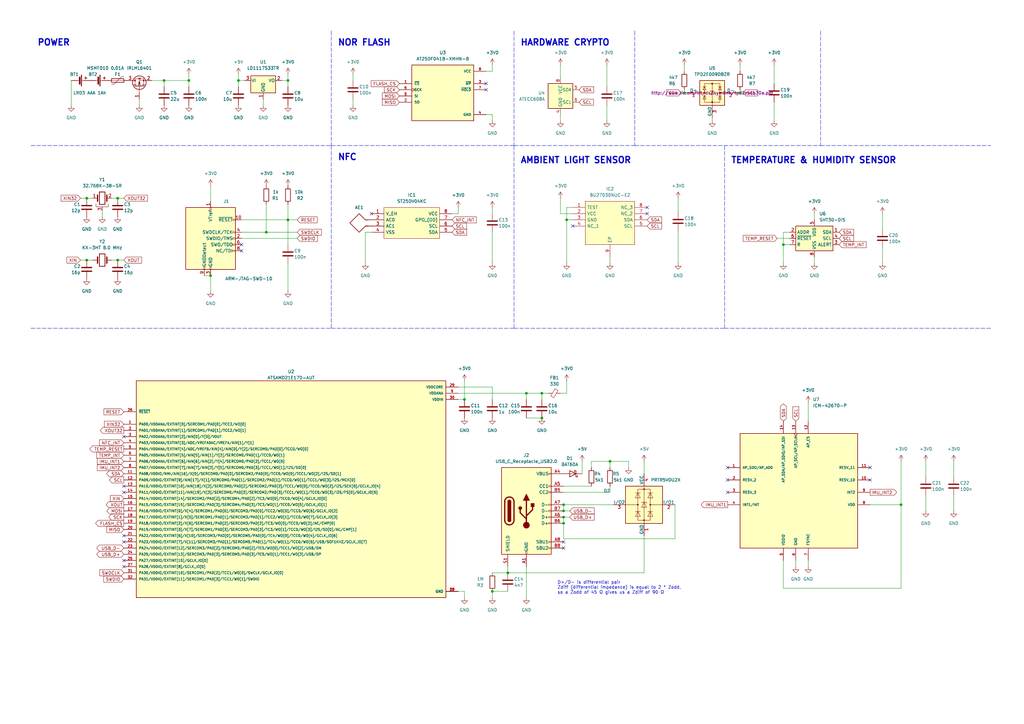
<source format=kicad_sch>
(kicad_sch (version 20211123) (generator eeschema)
  (paper "A3")
  (title_block (title "IoT risk logger") (date "2022-10-20") (rev "1.0") (company "apolisskyi"))
  (junction (at 201.93 242.57))
  (junction (at 48.26 81.28))
  (junction (at 231.14 212.09))
  (junction (at 231.14 214.63))
  (junction (at 280.67 38.1))
  (junction (at 321.31 100.33))
  (junction (at 97.79 33.02))
  (junction (at 48.26 106.68))
  (junction (at 232.41 90.17))
  (junction (at 303.53 38.1))
  (junction (at 118.11 90.17))
  (junction (at 222.25 171.45))
  (junction (at 77.47 33.02))
  (junction (at 208.28 234.95))
  (junction (at 190.5 163.83))
  (junction (at 222.25 161.29))
  (junction (at 35.56 106.68))
  (junction (at 86.36 113.03))
  (junction (at 67.31 33.02))
  (junction (at 231.14 207.01))
  (junction (at 118.11 33.02))
  (junction (at 215.9 161.29))
  (junction (at 35.56 81.28))
  (junction (at 250.19 189.23))
  (junction (at 231.14 209.55))
  (junction (at 109.22 95.25))
  (junction (at 369.57 207.01))
  (no_connect (at 50.8 222.25))
  (no_connect (at 50.8 219.71))
  (no_connect (at 99.06 100.33))
  (no_connect (at 50.8 201.93))
  (no_connect (at 50.8 199.39))
  (no_connect (at 50.8 179.07))
  (no_connect (at 50.8 232.41))
  (no_connect (at 50.8 229.87))
  (no_connect (at 356.87 191.77))
  (no_connect (at 356.87 196.85))
  (no_connect (at 298.45 191.77))
  (no_connect (at 298.45 196.85))
  (no_connect (at 298.45 201.93))
  (no_connect (at 199.39 34.29))
  (no_connect (at 199.39 36.83))
  (no_connect (at 152.4 87.63))
  (no_connect (at 234.95 92.71))
  (no_connect (at 265.43 85.09))
  (no_connect (at 265.43 87.63))
  (no_connect (at 99.06 102.87))
  (no_connect (at 231.14 224.79))
  (no_connect (at 231.14 222.25))
  (wire (pts (xy 208.28 232.41) (xy 208.28 234.95)))
  (wire (pts (xy 233.68 209.55) (xy 231.14 209.55)))
  (wire (pts (xy 100.33 33.02) (xy 97.79 33.02)))
  (wire (pts (xy 201.93 242.57) (xy 201.93 245.11)))
  (wire (pts (xy 331.47 165.1) (xy 331.47 172.72)))
  (wire (pts (xy 238.76 189.23) (xy 238.76 194.31)))
  (wire (pts (xy 248.92 26.67) (xy 248.92 35.56)))
  (wire (pts (xy 201.93 85.09) (xy 201.93 87.63)))
  (wire (pts (xy 318.77 97.79) (xy 323.85 97.79)))
  (wire (pts (xy 67.31 33.02) (xy 62.23 33.02)))
  (wire (pts (xy 280.67 26.67) (xy 280.67 29.21)))
  (wire (pts (xy 331.47 232.41) (xy 331.47 229.87)))
  (polyline (pts (xy 336.55 59.69) (xy 406.4 59.69)))
  (wire (pts (xy 369.57 241.3) (xy 369.57 207.01)))
  (wire (pts (xy 35.56 106.68) (xy 38.1 106.68)))
  (wire (pts (xy 279.4 38.1) (xy 280.67 38.1)))
  (wire (pts (xy 257.81 189.23) (xy 257.81 191.77)))
  (wire (pts (xy 278.13 107.95) (xy 278.13 94.615)))
  (wire (pts (xy 97.79 30.48) (xy 97.79 33.02)))
  (wire (pts (xy 231.14 199.39) (xy 242.57 199.39)))
  (polyline (pts (xy 135.89 12.7) (xy 135.89 59.69)))
  (wire (pts (xy 303.53 38.1) (xy 304.8 38.1)))
  (wire (pts (xy 229.87 87.63) (xy 234.95 87.63)))
  (wire (pts (xy 369.57 189.23) (xy 369.57 207.01)))
  (wire (pts (xy 303.53 26.67) (xy 303.53 29.21)))
  (wire (pts (xy 201.93 234.95) (xy 208.28 234.95)))
  (polyline (pts (xy 260.35 59.69) (xy 336.55 59.69)))
  (wire (pts (xy 149.86 95.25) (xy 152.4 95.25)))
  (wire (pts (xy 222.25 163.83) (xy 222.25 161.29)))
  (polyline (pts (xy 336.55 12.7) (xy 336.55 59.69)))
  (wire (pts (xy 97.79 33.02) (xy 97.79 35.56)))
  (wire (pts (xy 232.41 90.17) (xy 234.95 90.17)))
  (wire (pts (xy 99.06 90.17) (xy 118.11 90.17)))
  (wire (pts (xy 33.02 106.68) (xy 35.56 106.68)))
  (polyline (pts (xy 210.82 59.69) (xy 260.35 59.69)))
  (wire (pts (xy 250.19 201.93) (xy 250.19 199.39)))
  (wire (pts (xy 109.22 83.82) (xy 109.22 95.25)))
  (wire (pts (xy 276.86 220.98) (xy 276.86 207.01)))
  (wire (pts (xy 201.93 26.67) (xy 201.93 29.21)))
  (wire (pts (xy 48.26 81.28) (xy 45.72 81.28)))
  (polyline (pts (xy 210.82 134.62) (xy 210.82 59.69)))
  (wire (pts (xy 232.41 107.95) (xy 232.41 90.17)))
  (wire (pts (xy 231.14 207.01) (xy 251.46 207.01)))
  (wire (pts (xy 242.57 189.23) (xy 250.19 189.23)))
  (wire (pts (xy 292.1 48.26) (xy 292.1 49.53)))
  (wire (pts (xy 41.91 88.9) (xy 41.91 86.36)))
  (wire (pts (xy 48.26 81.28) (xy 50.8 81.28)))
  (wire (pts (xy 232.41 156.21) (xy 232.41 161.29)))
  (wire (pts (xy 242.57 189.23) (xy 242.57 191.77)))
  (wire (pts (xy 303.53 36.83) (xy 303.53 38.1)))
  (wire (pts (xy 361.95 107.95) (xy 361.95 101.6)))
  (wire (pts (xy 264.16 219.71) (xy 264.16 234.95)))
  (wire (pts (xy 229.87 49.53) (xy 229.87 46.99)))
  (wire (pts (xy 86.36 76.2) (xy 86.36 82.55)))
  (wire (pts (xy 248.92 49.53) (xy 248.92 43.18)))
  (wire (pts (xy 391.16 189.23) (xy 391.16 195.58)))
  (polyline (pts (xy 210.82 12.7) (xy 210.82 59.69)))
  (wire (pts (xy 250.19 105.41) (xy 250.19 107.95)))
  (wire (pts (xy 199.39 46.99) (xy 201.93 46.99)))
  (wire (pts (xy 107.95 43.18) (xy 107.95 40.64)))
  (wire (pts (xy 231.14 212.09) (xy 231.14 214.63)))
  (polyline (pts (xy 297.18 134.62) (xy 406.4 134.62)))
  (wire (pts (xy 33.02 81.28) (xy 35.56 81.28)))
  (wire (pts (xy 57.15 43.18) (xy 57.15 40.64)))
  (wire (pts (xy 45.72 106.68) (xy 48.26 106.68)))
  (wire (pts (xy 199.39 29.21) (xy 201.93 29.21)))
  (wire (pts (xy 224.79 161.29) (xy 222.25 161.29)))
  (wire (pts (xy 321.31 95.25) (xy 323.85 95.25)))
  (wire (pts (xy 187.96 161.29) (xy 215.9 161.29)))
  (wire (pts (xy 121.92 97.79) (xy 99.06 97.79)))
  (wire (pts (xy 215.9 171.45) (xy 222.25 171.45)))
  (wire (pts (xy 187.96 163.83) (xy 190.5 163.83)))
  (wire (pts (xy 77.47 35.56) (xy 77.47 33.02)))
  (wire (pts (xy 190.5 245.11) (xy 190.5 242.57)))
  (wire (pts (xy 334.01 87.63) (xy 334.01 90.17)))
  (polyline (pts (xy 135.89 59.69) (xy 135.89 134.62)))
  (wire (pts (xy 334.01 107.95) (xy 334.01 105.41)))
  (wire (pts (xy 321.31 107.95) (xy 321.31 100.33)))
  (wire (pts (xy 391.16 209.55) (xy 391.16 203.2)))
  (wire (pts (xy 321.31 229.87) (xy 321.31 241.3)))
  (polyline (pts (xy 260.35 12.7) (xy 260.35 59.69)))
  (wire (pts (xy 317.5 49.53) (xy 317.5 41.91)))
  (wire (pts (xy 86.36 113.03) (xy 83.82 113.03)))
  (wire (pts (xy 280.67 36.83) (xy 280.67 38.1)))
  (wire (pts (xy 67.31 33.02) (xy 77.47 33.02)))
  (wire (pts (xy 232.41 85.09) (xy 234.95 85.09)))
  (wire (pts (xy 321.31 100.33) (xy 321.31 95.25)))
  (wire (pts (xy 149.86 95.25) (xy 149.86 107.95)))
  (wire (pts (xy 231.14 207.01) (xy 231.14 209.55)))
  (wire (pts (xy 201.93 107.95) (xy 201.93 95.25)))
  (wire (pts (xy 302.26 38.1) (xy 303.53 38.1)))
  (wire (pts (xy 231.14 220.98) (xy 276.86 220.98)))
  (wire (pts (xy 326.39 232.41) (xy 326.39 229.87)))
  (wire (pts (xy 86.36 119.38) (xy 86.36 113.03)))
  (wire (pts (xy 356.87 207.01) (xy 369.57 207.01)))
  (wire (pts (xy 321.31 100.33) (xy 323.85 100.33)))
  (wire (pts (xy 278.13 81.28) (xy 278.13 86.995)))
  (wire (pts (xy 229.87 161.29) (xy 232.41 161.29)))
  (wire (pts (xy 67.31 35.56) (xy 67.31 33.02)))
  (wire (pts (xy 201.93 242.57) (xy 208.28 242.57)))
  (wire (pts (xy 144.78 30.48) (xy 144.78 33.02)))
  (wire (pts (xy 215.9 163.83) (xy 215.9 161.29)))
  (wire (pts (xy 118.11 35.56) (xy 118.11 33.02)))
  (polyline (pts (xy 297.18 134.62) (xy 297.18 59.69)))
  (wire (pts (xy 379.73 189.23) (xy 379.73 195.58)))
  (wire (pts (xy 229.87 26.67) (xy 229.87 31.75)))
  (wire (pts (xy 379.73 209.55) (xy 379.73 203.2)))
  (wire (pts (xy 99.06 95.25) (xy 109.22 95.25)))
  (wire (pts (xy 190.5 156.21) (xy 190.5 163.83)))
  (polyline (pts (xy 12.7 134.62) (xy 135.89 134.62)))
  (polyline (pts (xy 12.7 59.69) (xy 135.89 59.69)))
  (wire (pts (xy 232.41 90.17) (xy 232.41 85.09)))
  (wire (pts (xy 185.42 87.63) (xy 187.96 87.63)))
  (wire (pts (xy 144.78 43.18) (xy 144.78 40.64)))
  (wire (pts (xy 109.22 95.25) (xy 121.92 95.25)))
  (polyline (pts (xy 210.82 134.62) (xy 297.18 134.62)))
  (wire (pts (xy 187.96 85.09) (xy 187.96 87.63)))
  (wire (pts (xy 361.95 87.63) (xy 361.95 93.98)))
  (wire (pts (xy 77.47 30.48) (xy 77.47 33.02)))
  (wire (pts (xy 250.19 189.23) (xy 257.81 189.23)))
  (wire (pts (xy 201.93 158.75) (xy 201.93 163.83)))
  (wire (pts (xy 229.87 81.28) (xy 229.87 87.63)))
  (wire (pts (xy 118.11 30.48) (xy 118.11 33.02)))
  (polyline (pts (xy 135.89 59.69) (xy 210.82 59.69)))
  (wire (pts (xy 321.31 241.3) (xy 369.57 241.3)))
  (wire (pts (xy 280.67 38.1) (xy 281.94 38.1)))
  (wire (pts (xy 29.21 33.02) (xy 29.21 43.18)))
  (wire (pts (xy 264.16 189.23) (xy 264.16 194.31)))
  (wire (pts (xy 215.9 161.29) (xy 222.25 161.29)))
  (wire (pts (xy 48.26 106.68) (xy 50.8 106.68)))
  (wire (pts (xy 115.57 33.02) (xy 118.11 33.02)))
  (wire (pts (xy 317.5 26.67) (xy 317.5 34.29)))
  (wire (pts (xy 118.11 100.33) (xy 118.11 90.17)))
  (wire (pts (xy 118.11 83.82) (xy 118.11 90.17)))
  (wire (pts (xy 250.19 189.23) (xy 250.19 191.77)))
  (wire (pts (xy 118.11 119.38) (xy 118.11 107.95)))
  (wire (pts (xy 187.96 242.57) (xy 190.5 242.57)))
  (wire (pts (xy 231.14 201.93) (xy 250.19 201.93)))
  (wire (pts (xy 35.56 81.28) (xy 38.1 81.28)))
  (wire (pts (xy 208.28 234.95) (xy 264.16 234.95)))
  (polyline (pts (xy 135.89 134.62) (xy 210.82 134.62)))
  (wire (pts (xy 231.14 214.63) (xy 231.14 220.98)))
  (wire (pts (xy 201.93 49.53) (xy 201.93 46.99)))
  (wire (pts (xy 187.96 158.75) (xy 201.93 158.75)))
  (wire (pts (xy 118.11 90.17) (xy 121.92 90.17)))
  (wire (pts (xy 215.9 245.11) (xy 215.9 232.41)))
  (wire (pts (xy 233.68 212.09) (xy 231.14 212.09)))
  (text "HARDWARE CRYPTO\n" (at 213.36 19.05 0) (effects (font (size 2.54 2.54) (thickness 0.508) bold) (justify left bottom)))
  (text "NFC\n" (at 138.43 66.04 0) (effects (font (size 2.54 2.54) (thickness 0.508) bold) (justify left bottom)))
  (text "D+/D- is differential pair\nZdiff (differential impedance) is equal to 2 * Zodd,\nso a Zodd of 45 Ω gives us a Zdiff of 90 Ω" (at 228.6 243.84 0) (effects (font (size 1.27 1.27)) (justify left bottom)))
  (text "POWER" (at 15.24 19.05 0) (effects (font (size 2.54 2.54) (thickness 0.508) bold) (justify left bottom)))
  (text "NOR FLASH" (at 138.43 19.05 0) (effects (font (size 2.54 2.54) (thickness 0.508) bold) (justify left bottom)))
  (text "TEMPERATURE & HUMIDITY SENSOR\n" (at 299.72 67.31 0) (effects (font (size 2.54 2.54) (thickness 0.508) bold) (justify left bottom)))
  (text "AMBIENT LIGHT SENSOR\n" (at 213.36 67.31 0) (effects (font (size 2.54 2.54) (thickness 0.508) bold) (justify left bottom)))
  (global_label "FLASH_CS" (shape output) (at 50.8 214.63 180) (property "Intersheet References" "${INTERSHEET_REFS}" (effects hide)))
  (global_label "XIN32" (shape input) (at 33.02 81.28 180) (property "Intersheet References" "${INTERSHEET_REFS}" (effects hide)))
  (global_label "SCL" (shape output) (at 50.8 196.85 180) (property "Intersheet References" "${INTERSHEET_REFS}" (effects hide)))
  (global_label "SCL" (shape input) (at 265.43 92.71 0) (property "Intersheet References" "${INTERSHEET_REFS}" (effects hide)))
  (global_label "XOUT32" (shape output) (at 50.8 176.53 180) (property "Intersheet References" "${INTERSHEET_REFS}" (effects hide)))
  (global_label "XOUT" (shape input) (at 50.8 106.68 0) (property "Intersheet References" "${INTERSHEET_REFS}" (effects hide)))
  (global_label "SDA" (shape input) (at 265.43 90.17 0) (property "Intersheet References" "${INTERSHEET_REFS}" (effects hide)))
  (global_label "SDA" (shape input) (at 344.17 95.25 0) (property "Intersheet References" "${INTERSHEET_REFS}" (effects hide)))
  (global_label "RESET" (shape input) (at 121.92 90.17 0) (property "Intersheet References" "${INTERSHEET_REFS}" (effects hide)))
  (global_label "NFC_INT" (shape input) (at 50.8 181.61 180) (property "Intersheet References" "${INTERSHEET_REFS}" (effects hide)))
  (global_label "XIN" (shape input) (at 33.02 106.68 180) (property "Intersheet References" "${INTERSHEET_REFS}" (effects hide)))
  (global_label "MOSI" (shape input) (at 163.83 39.37 180) (property "Intersheet References" "${INTERSHEET_REFS}" (effects hide)))
  (global_label "SCL" (shape input) (at 326.39 172.72 90) (property "Intersheet References" "${INTERSHEET_REFS}" (effects hide)))
  (global_label "SCK" (shape input) (at 163.83 36.83 180) (property "Intersheet References" "${INTERSHEET_REFS}" (effects hide)))
  (global_label "SWDIO" (shape input) (at 121.92 97.79 0) (property "Intersheet References" "${INTERSHEET_REFS}" (effects hide)))
  (global_label "TEMP_RESET" (shape input) (at 318.77 97.79 180) (property "Intersheet References" "${INTERSHEET_REFS}" (effects hide)))
  (global_label "SWDCLK" (shape input) (at 121.92 95.25 0) (property "Intersheet References" "${INTERSHEET_REFS}" (effects hide)))
  (global_label "USB_D+" (shape input) (at 233.68 212.09 0) (property "Intersheet References" "${INTERSHEET_REFS}" (effects hide)))
  (global_label "XIN" (shape input) (at 50.8 204.47 180) (property "Intersheet References" "${INTERSHEET_REFS}" (effects hide)))
  (global_label "MISO" (shape input) (at 50.8 217.17 180) (property "Intersheet References" "${INTERSHEET_REFS}" (effects hide)))
  (global_label "IMU_INT2" (shape input) (at 50.8 191.77 180) (property "Intersheet References" "${INTERSHEET_REFS}" (effects hide)))
  (global_label "SCL" (shape input) (at 237.49 41.91 0) (property "Intersheet References" "${INTERSHEET_REFS}" (effects hide)))
  (global_label "SDA" (shape bidirectional) (at 321.31 172.72 90) (property "Intersheet References" "${INTERSHEET_REFS}" (effects hide)))
  (global_label "FLASH_CS" (shape input) (at 163.83 34.29 180) (property "Intersheet References" "${INTERSHEET_REFS}" (effects hide)))
  (global_label "SDA" (shape input) (at 185.42 95.25 0) (property "Intersheet References" "${INTERSHEET_REFS}" (effects hide)))
  (global_label "SWDIO" (shape input) (at 50.8 237.49 180) (property "Intersheet References" "${INTERSHEET_REFS}" (effects hide)))
  (global_label "USB_D+" (shape bidirectional) (at 50.8 227.33 180) (property "Intersheet References" "${INTERSHEET_REFS}" (effects hide)))
  (global_label "SDA" (shape input) (at 279.4 38.1 180) (property "Intersheet References" "${INTERSHEET_REFS}" (effects hide)))
  (global_label "USB_D-" (shape bidirectional) (at 50.8 224.79 180) (property "Intersheet References" "${INTERSHEET_REFS}" (effects hide)))
  (global_label "SCL" (shape input) (at 344.17 97.79 0) (property "Intersheet References" "${INTERSHEET_REFS}" (effects hide)))
  (global_label "TEMP_INT" (shape input) (at 344.17 100.33 0) (property "Intersheet References" "${INTERSHEET_REFS}" (effects hide)))
  (global_label "SDA" (shape input) (at 237.49 36.83 0) (property "Intersheet References" "${INTERSHEET_REFS}" (effects hide)))
  (global_label "NFC_INT" (shape input) (at 185.42 90.17 0) (property "Intersheet References" "${INTERSHEET_REFS}" (effects hide)))
  (global_label "MISO" (shape input) (at 163.83 41.91 180) (property "Intersheet References" "${INTERSHEET_REFS}" (effects hide)))
  (global_label "USB_D-" (shape input) (at 233.68 209.55 0) (property "Intersheet References" "${INTERSHEET_REFS}" (effects hide)))
  (global_label "TEMP_RESET" (shape output) (at 50.8 184.15 180) (property "Intersheet References" "${INTERSHEET_REFS}" (effects hide)))
  (global_label "SCL" (shape input) (at 304.8 38.1 0) (property "Intersheet References" "${INTERSHEET_REFS}" (effects hide)))
  (global_label "SCK" (shape output) (at 50.8 212.09 180) (property "Intersheet References" "${INTERSHEET_REFS}" (effects hide)))
  (global_label "TEMP_INT" (shape input) (at 50.8 186.69 180) (property "Intersheet References" "${INTERSHEET_REFS}" (effects hide)))
  (global_label "IMU_INT1" (shape output) (at 298.45 207.01 180) (property "Intersheet References" "${INTERSHEET_REFS}" (effects hide)))
  (global_label "XOUT" (shape output) (at 50.8 207.01 180) (property "Intersheet References" "${INTERSHEET_REFS}" (effects hide)))
  (global_label "XIN32" (shape input) (at 50.8 173.99 180) (property "Intersheet References" "${INTERSHEET_REFS}" (effects hide)))
  (global_label "MOSI" (shape output) (at 50.8 209.55 180) (property "Intersheet References" "${INTERSHEET_REFS}" (effects hide)))
  (global_label "RESET" (shape input) (at 50.8 168.91 180) (property "Intersheet References" "${INTERSHEET_REFS}" (effects hide)))
  (global_label "SWDCLK" (shape input) (at 50.8 234.95 180) (property "Intersheet References" "${INTERSHEET_REFS}" (effects hide)))
  (global_label "XOUT32" (shape input) (at 50.8 81.28 0) (property "Intersheet References" "${INTERSHEET_REFS}" (effects hide)))
  (global_label "IMU_INT1" (shape input) (at 50.8 189.23 180) (property "Intersheet References" "${INTERSHEET_REFS}" (effects hide)))
  (global_label "IMU_INT2" (shape output) (at 356.87 201.93 0) (property "Intersheet References" "${INTERSHEET_REFS}" (effects hide)))
  (global_label "SDA" (shape bidirectional) (at 50.8 194.31 180) (property "Intersheet References" "${INTERSHEET_REFS}" (effects hide)))
  (global_label "SCL" (shape input) (at 185.42 92.71 0) (property "Intersheet References" "${INTERSHEET_REFS}" (effects hide)))
  (symbol (lib_id "power:GND") (at 201.93 245.11 0) (unit 1)
    (property "Reference" "#PWR032" (effects hide))
    (property "Value" "GND" (at 201.93 250.19 0))
  )
  (symbol (lib_id "power:GND") (at 391.16 209.55 0) (mirror y) (unit 1)
    (property "Reference" "#PWR065" (effects hide))
    (property "Value" "GND" (at 391.16 214.63 0))
  )
  (symbol (lib_id "Device:R") (at 109.22 80.01 0) (unit 1)
    (property "Reference" "R1" (at 114.3 81.28 0) (effects (justify right)))
    (property "Value" "1k" (at 114.3 78.74 0) (effects (justify right)))
    (property "Footprint" "Resistor_SMD:R_0805_2012Metric_Pad1.20x1.40mm_HandSolder" (effects hide))
  )
  (symbol (lib_id "power:+5V") (at 97.79 30.48 0) (unit 1)
    (property "Reference" "#PWR013" (effects hide))
    (property "Value" "+5V" (at 97.79 25.4 0))
  )
  (symbol (lib_id "Device:C") (at 77.47 39.37 0) (unit 1)
    (property "Reference" "C6" (at 80.01 38.1 0) (effects (justify left)))
    (property "Value" "100n" (at 80.01 40.64 0) (effects (justify left)))
    (property "Footprint" "Capacitor_SMD:C_0805_2012Metric_Pad1.18x1.45mm_HandSolder" (effects hide))
  )
  (symbol (lib_id "BU27030NUC-E2:BU27030NUC-E2") (at 234.95 85.09 0) (unit 1)
    (property "Reference" "IC2" (at 250.19 77.47 0))
    (property "Value" "BU27030NUC-E2" (at 250.19 80.01 0))
    (property "Footprint" "SON50P210X200X60-9N" (effects hide))
    (property "Datasheet" "https://www.mouser.ch/datasheet/2/348/bu27030nuc_e-2065675.pdf" (effects hide))
    (property "Description" "Ambient Light Sensors Digital 16bit Serial Output Type Ambient Light Sensor IC, 1.7-3.6V, I2C" (effects hide))
    (property "Height" "0.6" (effects hide))
    (property "Manufacturer_Name" "ROHM Semiconductor" (effects hide))
    (property "Manufacturer_Part_Number" "BU27030NUC-E2" (effects hide))
    (property "Mouser Part Number" "755-BU27030NUC-E2" (effects hide))
    (property "Mouser Price/Stock" "https://www.mouser.co.uk/ProductDetail/ROHM-Semiconductor/BU27030NUC-E2?qs=CiayqK2gdcKuDDFTYtdo6Q%3D%3D" (effects hide))
  )
  (symbol (lib_id "power:GND") (at 278.13 107.95 0) (mirror y) (unit 1)
    (property "Reference" "#PWR047" (effects hide))
    (property "Value" "GND" (at 278.13 113.03 0))
  )
  (symbol (lib_id "Device:Q_PMOS_GSD") (at 57.15 35.56 90) (unit 1)
    (property "Reference" "Q1" (at 57.15 25.4 90))
    (property "Value" "IRLML6401" (at 57.15 27.94 90))
    (property "Footprint" "Package_TO_SOT_SMD:SOT-23" (effects hide))
  )
  (symbol (lib_id "Device:C") (at 118.11 104.14 0) (unit 1)
    (property "Reference" "C9" (at 120.65 102.87 0) (effects (justify left)))
    (property "Value" "100n" (at 120.65 105.41 0) (effects (justify left)))
    (property "Footprint" "Capacitor_SMD:C_0805_2012Metric_Pad1.18x1.45mm_HandSolder" (effects hide))
  )
  (symbol (lib_id "power:+3V0") (at 334.01 87.63 0) (unit 1)
    (property "Reference" "#PWR054" (effects hide))
    (property "Value" "+3V0" (at 334.01 82.55 0))
  )
  (symbol (lib_id "power:GND") (at 232.41 107.95 0) (unit 1)
    (property "Reference" "#PWR039" (effects hide))
    (property "Value" "GND" (at 232.41 113.03 0))
  )
  (symbol (lib_id "power:GND") (at 292.1 49.53 0) (unit 1)
    (property "Reference" "#PWR049" (effects hide))
    (property "Value" "GND" (at 292.1 54.61 0))
  )
  (symbol (lib_id "power:GND") (at 379.73 209.55 0) (mirror y) (unit 1)
    (property "Reference" "#PWR063" (effects hide))
    (property "Value" "GND" (at 379.73 214.63 0))
  )
  (symbol (lib_id "power:+3V0") (at 201.93 85.09 0) (mirror y) (unit 1)
    (property "Reference" "#PWR030" (effects hide))
    (property "Value" "+3V0" (at 201.93 80.01 0))
  )
  (symbol (lib_id "ST25DV64K-IER8T3:ST25DV64K-IER8T3") (at 152.4 87.63 0) (unit 1)
    (property "Reference" "IC1" (at 168.91 80.01 0))
    (property "Value" "ST25DV04KC" (at 168.91 82.55 0))
    (property "Footprint" "Package_SO:TSSOP-8_4.4x3mm_P0.65mm" (effects hide))
    (property "Datasheet" "https://www.st.com/resource/en/datasheet/st25dv04k.pdf" (effects hide))
    (property "Description" "Dynamic NFC/RFID tag IC with 64-Kbit EEPROM, and fast transfer mode capability" (effects hide))
    (property "Height" "1.2" (effects hide))
    (property "Manufacturer_Name" "STMicroelectronics" (effects hide))
    (property "Manufacturer_Part_Number" "ST25DV64K-IER8T3" (effects hide))
    (property "Mouser Part Number" "511-ST25DV64K-IER8T3" (effects hide))
    (property "Mouser Price/Stock" "https://www.mouser.co.uk/ProductDetail/STMicroelectronics/ST25DV64K-IER8T3?qs=5aG0NVq1C4wN3Mmrh441Kw%3D%3D" (effects hide))
    (property "Arrow Part Number" "ST25DV64K-IER8T3" (effects hide))
    (property "Arrow Price/Stock" "https://www.arrow.com/en/products/st25dv64k-ier8t3/stmicroelectronics?region=nac" (effects hide))
  )
  (symbol (lib_id "Device:C") (at 317.5 38.1 0) (unit 1)
    (property "Reference" "C19" (at 320.04 36.83 0) (effects (justify left)))
    (property "Value" "100n" (at 320.04 39.37 0) (effects (justify left)))
    (property "Footprint" "Capacitor_SMD:C_0805_2012Metric_Pad1.18x1.45mm_HandSolder" (effects hide))
  )
  (symbol (lib_id "power:+3V0") (at 118.11 76.2 0) (unit 1)
    (property "Reference" "#PWR019" (effects hide))
    (property "Value" "+3V0" (at 118.11 71.12 0))
  )
  (symbol (lib_id "Device:FerriteBead_Small") (at 227.33 161.29 270) (unit 1)
    (property "Reference" "FB1" (at 227.3681 154.94 90))
    (property "Value" "330" (at 227.3681 157.48 90))
    (property "Footprint" "Resistor_SMD:R_0805_2012Metric_Pad1.20x1.40mm_HandSolder" (effects hide))
  )
  (symbol (lib_id "power:+3V0") (at 190.5 156.21 0) (unit 1)
    (property "Reference" "#PWR?" (effects hide))
    (property "Value" "+3V0" (at 190.5 151.13 0))
  )
  (symbol (lib_id "power:+5V") (at 264.16 189.23 0) (unit 1)
    (property "Reference" "#PWR045" (effects hide))
    (property "Value" "+5V" (at 264.16 184.15 0))
  )
  (symbol (lib_id "AT25DF041B-XMHN-B:AT25DF041B-XMHN-B") (at 181.61 39.37 0) (unit 1)
    (property "Reference" "U3" (at 181.61 21.59 0))
    (property "Value" "AT25DF041B-XMHN-B" (at 181.61 24.13 0))
    (property "Footprint" "Package_SO:TSSOP-8_4.4x3mm_P0.65mm" (effects hide))
    (property "STANDARD" "Manufacturer Recommendations" (effects hide))
    (property "MANUFACTURER" "Dialog Semiconductor" (effects hide))
    (property "PARTREV" "5/2017" (effects hide))
    (property "MAXIMUM_PACKAGE_HEIGHT" "1.2 mm" (effects hide))
  )
  (symbol (lib_id "power:+3V0") (at 391.16 189.23 0) (mirror y) (unit 1)
    (property "Reference" "#PWR064" (effects hide))
    (property "Value" "+3V0" (at 391.16 184.15 0))
  )
  (symbol (lib_id "Device:C") (at 97.79 39.37 0) (mirror y) (unit 1)
    (property "Reference" "C7" (at 95.25 38.1 0) (effects (justify left)))
    (property "Value" "10u" (at 95.25 40.64 0) (effects (justify left)))
    (property "Footprint" "Capacitor_SMD:C_0805_2012Metric_Pad1.18x1.45mm_HandSolder" (effects hide))
  )
  (symbol (lib_id "power:+3V0") (at 118.11 30.48 0) (unit 1)
    (property "Reference" "#PWR017" (effects hide))
    (property "Value" "+3V0" (at 118.11 25.4 0))
  )
  (symbol (lib_id "Diode:BAT60A") (at 234.95 194.31 180) (unit 1)
    (property "Reference" "D1" (at 233.68 187.96 0))
    (property "Value" "BAT60A" (at 233.68 190.5 0))
    (property "Footprint" "Diode_SMD:D_SOD-323" (effects hide))
    (property "Datasheet" "https://www.infineon.com/dgdl/Infineon-BAT60ASERIES-DS-v01_01-en.pdf?fileId=db3a304313d846880113def70c9304a9" (effects hide))
  )
  (symbol (lib_id "Sensor_Humidity:SHT30-DIS") (at 334.01 97.79 0) (unit 1)
    (property "Reference" "U6" (at 336.0294 87.63 0) (effects (justify left)))
    (property "Value" "SHT30-DIS" (at 336.0294 90.17 0) (effects (justify left)))
    (property "Footprint" "Sensor_Humidity:Sensirion_DFN-8-1EP_2.5x2.5mm_P0.5mm_EP1.1x1.7mm" (effects hide))
    (property "Datasheet" "https://www.sensirion.com/fileadmin/user_upload/customers/sensirion/Dokumente/2_Humidity_Sensors/Datasheets/Sensirion_Humidity_Sensors_SHT3x_Datasheet_digital.pdf" (effects hide))
  )
  (symbol (lib_id "power:GND") (at 317.5 49.53 0) (mirror y) (unit 1)
    (property "Reference" "#PWR052" (effects hide))
    (property "Value" "GND" (at 317.5 54.61 0))
  )
  (symbol (lib_id "power:GND") (at 201.93 107.95 0) (mirror y) (unit 1)
    (property "Reference" "#PWR031" (effects hide))
    (property "Value" "GND" (at 201.93 113.03 0))
  )
  (symbol (lib_id "Device:C") (at 144.78 36.83 0) (unit 1)
    (property "Reference" "C10" (at 147.32 35.56 0) (effects (justify left)))
    (property "Value" "100n" (at 147.32 38.1 0) (effects (justify left)))
    (property "Footprint" "Capacitor_SMD:C_0805_2012Metric_Pad1.18x1.45mm_HandSolder" (effects hide))
  )
  (symbol (lib_id "power:GND") (at 361.95 107.95 0) (mirror y) (unit 1)
    (property "Reference" "#PWR060" (effects hide))
    (property "Value" "GND" (at 361.95 113.03 0))
  )
  (symbol (lib_id "Power_Protection:PRTR5V0U2X") (at 264.16 207.01 0) (mirror y) (unit 1)
    (property "Reference" "D2" (at 248.92 201.295 0))
    (property "Value" "PRTR5V0U2X" (at 273.05 196.85 0))
    (property "Footprint" "Package_TO_SOT_SMD:SOT-143" (effects hide))
    (property "Datasheet" "https://assets.nexperia.com/documents/data-sheet/PRTR5V0U2X.pdf" (effects hide))
  )
  (symbol (lib_id "Device:Polyfuse") (at 48.26 33.02 270) (unit 1)
    (property "Reference" "F1" (at 46.99 30.48 90) (effects (justify left)))
    (property "Value" "MSMF010 0.01A" (at 35.56 27.94 90) (effects (justify left)))
    (property "Footprint" "Capacitor_SMD:C_1812_4532Metric_Pad1.57x3.40mm_HandSolder" (effects hide))
  )
  (symbol (lib_id "power:+3V0") (at 86.36 76.2 0) (unit 1)
    (property "Reference" "#PWR011" (effects hide))
    (property "Value" "+3V0" (at 86.36 71.12 0))
  )
  (symbol (lib_id "Power_Protection:TPD2EUSB30A") (at 292.1 38.1 0) (unit 1)
    (property "Reference" "U5" (at 292.1 27.94 0))
    (property "Value" "TPD2E009DBZR" (at 292.1 30.48 0))
    (property "Footprint" "Package_TO_SOT_SMD:SOT-23" (effects hide))
    (property "Datasheet" "http://www.ti.com/lit/ds/symlink/tpd2eusb30a.pdf" (at 292.1 38.1 0))
  )
  (symbol (lib_id "Device:R") (at 201.93 238.76 0) (mirror y) (unit 1)
    (property "Reference" "R3" (at 195.58 240.03 0) (effects (justify right)))
    (property "Value" "1M" (at 195.58 237.49 0) (effects (justify right)))
    (property "Footprint" "Resistor_SMD:R_0805_2012Metric_Pad1.20x1.40mm_HandSolder" (effects hide))
  )
  (symbol (lib_id "Security:ATECC608A-SSHDA") (at 229.87 39.37 0) (unit 1)
    (property "Reference" "U4" (at 223.52 38.0999 0) (effects (justify right)))
    (property "Value" "ATECC608A" (at 223.52 40.6399 0) (effects (justify right)))
    (property "Footprint" "Package_SO:SOIC-8_3.9x4.9mm_P1.27mm" (effects hide))
    (property "Datasheet" "http://ww1.microchip.com/downloads/en/DeviceDoc/ATECC608A-CryptoAuthentication-Device-Summary-Data-Sheet-DS40001977B.pdf" (effects hide))
  )
  (symbol (lib_id "power:GND") (at 35.56 114.3 0) (unit 1)
    (property "Reference" "#PWR03" (effects hide))
    (property "Value" "GND" (at 35.56 119.38 0))
  )
  (symbol (lib_id "Device:C") (at 201.93 91.44 0) (unit 1)
    (property "Reference" "C13" (at 204.47 90.17 0) (effects (justify left)))
    (property "Value" "100n" (at 204.47 92.71 0) (effects (justify left)))
    (property "Footprint" "Capacitor_SMD:C_0805_2012Metric_Pad1.18x1.45mm_HandSolder" (effects hide))
  )
  (symbol (lib_id "Device:C") (at 379.73 199.39 0) (unit 1)
    (property "Reference" "C21" (at 382.27 198.12 0) (effects (justify left)))
    (property "Value" "100n" (at 382.27 200.66 0) (effects (justify left)))
    (property "Footprint" "Capacitor_SMD:C_0805_2012Metric_Pad1.18x1.45mm_HandSolder" (effects hide))
  )
  (symbol (lib_id "power:GND") (at 118.11 43.18 0) (unit 1)
    (property "Reference" "#PWR018" (effects hide))
    (property "Value" "GND" (at 118.11 48.26 0))
  )
  (symbol (lib_id "power:GND") (at 201.93 171.45 0) (unit 1)
    (property "Reference" "#PWR027" (effects hide))
    (property "Value" "GND" (at 201.93 176.53 0))
  )
  (symbol (lib_id "power:+5V") (at 238.76 189.23 0) (unit 1)
    (property "Reference" "#PWR040" (effects hide))
    (property "Value" "+5V" (at 238.76 184.15 0))
  )
  (symbol (lib_id "power:+3V0") (at 109.22 76.2 0) (unit 1)
    (property "Reference" "#PWR016" (effects hide))
    (property "Value" "+3V0" (at 109.22 71.12 0))
  )
  (symbol (lib_id "Device:C") (at 215.9 167.64 0) (mirror y) (unit 1)
    (property "Reference" "C15" (at 213.36 166.37 0) (effects (justify left)))
    (property "Value" "100n" (at 213.36 168.91 0) (effects (justify left)))
    (property "Footprint" "Capacitor_SMD:C_0805_2012Metric_Pad1.18x1.45mm_HandSolder" (effects hide))
  )
  (symbol (lib_id "power:GND") (at 35.56 88.9 0) (unit 1)
    (property "Reference" "#PWR02" (effects hide))
    (property "Value" "GND" (at 35.56 93.98 0))
  )
  (symbol (lib_id "power:GND") (at 41.91 88.9 0) (unit 1)
    (property "Reference" "#PWR04" (effects hide))
    (property "Value" "GND" (at 41.91 93.98 0))
  )
  (symbol (lib_id "power:GND") (at 334.01 107.95 0) (unit 1)
    (property "Reference" "#PWR055" (effects hide))
    (property "Value" "GND" (at 334.01 113.03 0))
  )
  (symbol (lib_id "Device:C") (at 118.11 39.37 0) (unit 1)
    (property "Reference" "C8" (at 120.65 38.1 0) (effects (justify left)))
    (property "Value" "10u" (at 120.65 40.64 0) (effects (justify left)))
    (property "Footprint" "Capacitor_SMD:C_0805_2012Metric_Pad1.18x1.45mm_HandSolder" (effects hide))
  )
  (symbol (lib_id "power:GND") (at 250.19 107.95 0) (unit 1)
    (property "Reference" "#PWR043" (effects hide))
    (property "Value" "GND" (at 250.19 113.03 0))
  )
  (symbol (lib_id "power:GND") (at 149.86 107.95 0) (unit 1)
    (property "Reference" "#PWR023" (effects hide))
    (property "Value" "GND" (at 149.86 113.03 0))
  )
  (symbol (lib_id "power:+3V0") (at 232.41 156.21 0) (unit 1)
    (property "Reference" "#PWR038" (effects hide))
    (property "Value" "+3V0" (at 232.41 151.13 0))
  )
  (symbol (lib_id "power:+3V0") (at 369.57 189.23 0) (mirror y) (unit 1)
    (property "Reference" "#PWR061" (effects hide))
    (property "Value" "+3V0" (at 369.57 184.15 0))
  )
  (symbol (lib_id "Device:C") (at 35.56 85.09 0) (mirror y) (unit 1)
    (property "Reference" "C1" (at 33.02 83.82 0) (effects (justify left)))
    (property "Value" "12p" (at 33.02 86.36 0) (effects (justify left)))
    (property "Footprint" "Capacitor_SMD:C_0805_2012Metric_Pad1.18x1.45mm_HandSolder" (effects hide))
  )
  (symbol (lib_id "power:GND") (at 201.93 49.53 0) (mirror y) (unit 1)
    (property "Reference" "#PWR029" (effects hide))
    (property "Value" "GND" (at 201.93 54.61 0))
  )
  (symbol (lib_id "Device:R") (at 303.53 33.02 0) (unit 1)
    (property "Reference" "R7" (at 309.88 34.29 0) (effects (justify right)))
    (property "Value" "4k7" (at 309.88 31.75 0) (effects (justify right)))
    (property "Footprint" "Resistor_SMD:R_0805_2012Metric_Pad1.20x1.40mm_HandSolder" (effects hide))
  )
  (symbol (lib_id "power:GND") (at 144.78 43.18 0) (mirror y) (unit 1)
    (property "Reference" "#PWR022" (effects hide))
    (property "Value" "GND" (at 144.78 48.26 0))
  )
  (symbol (lib_id "Device:C") (at 201.93 167.64 0) (unit 1)
    (property "Reference" "C12" (at 204.47 166.37 0) (effects (justify left)))
    (property "Value" "1u" (at 204.47 168.91 0) (effects (justify left)))
    (property "Footprint" "Capacitor_SMD:C_0805_2012Metric_Pad1.18x1.45mm_HandSolder" (effects hide))
  )
  (symbol (lib_id "Device:C") (at 67.31 39.37 0) (unit 1)
    (property "Reference" "C5" (at 69.85 38.1 0) (effects (justify left)))
    (property "Value" "22u" (at 69.85 40.64 0) (effects (justify left)))
    (property "Footprint" "Capacitor_SMD:C_1206_3216Metric_Pad1.33x1.80mm_HandSolder" (effects hide))
  )
  (symbol (lib_id "power:+3V0") (at 303.53 26.67 0) (mirror y) (unit 1)
    (property "Reference" "#PWR050" (effects hide))
    (property "Value" "+3V0" (at 303.53 21.59 0))
  )
  (symbol (lib_id "Device:R") (at 250.19 195.58 0) (unit 1)
    (property "Reference" "R5" (at 254 194.31 0) (effects (justify right)))
    (property "Value" "5k1" (at 255.27 196.85 0) (effects (justify right)))
    (property "Footprint" "Resistor_SMD:R_0805_2012Metric_Pad1.20x1.40mm_HandSolder" (effects hide))
  )
  (symbol (lib_id "Device:R") (at 118.11 80.01 0) (unit 1)
    (property "Reference" "R2" (at 124.46 81.28 0) (effects (justify right)))
    (property "Value" "10k" (at 124.46 78.74 0) (effects (justify right)))
    (property "Footprint" "Resistor_SMD:R_0805_2012Metric_Pad1.20x1.40mm_HandSolder" (effects hide))
  )
  (symbol (lib_id "power:+3V0") (at 361.95 87.63 0) (mirror y) (unit 1)
    (property "Reference" "#PWR059" (effects hide))
    (property "Value" "+3V0" (at 361.95 82.55 0))
  )
  (symbol (lib_id "Device:C") (at 391.16 199.39 0) (unit 1)
    (property "Reference" "C22" (at 393.7 198.12 0) (effects (justify left)))
    (property "Value" "100n" (at 393.7 200.66 0) (effects (justify left)))
    (property "Footprint" "Capacitor_SMD:C_0805_2012Metric_Pad1.18x1.45mm_HandSolder" (effects hide))
  )
  (symbol (lib_id "power:+3V0") (at 229.87 81.28 0) (mirror y) (unit 1)
    (property "Reference" "#PWR037" (effects hide))
    (property "Value" "+3V0" (at 229.87 76.2 0))
  )
  (symbol (lib_id "power:GND") (at 57.15 43.18 0) (mirror y) (unit 1)
    (property "Reference" "#PWR07" (effects hide))
    (property "Value" "GND" (at 57.15 48.26 0))
  )
  (symbol (lib_id "Device:R") (at 242.57 195.58 0) (unit 1)
    (property "Reference" "R4" (at 246.38 194.31 0) (effects (justify right)))
    (property "Value" "5k1" (at 247.65 196.85 0) (effects (justify right)))
    (property "Footprint" "Resistor_SMD:R_0805_2012Metric_Pad1.20x1.40mm_HandSolder" (effects hide))
  )
  (symbol (lib_id "power:+3V0") (at 229.87 26.67 0) (unit 1)
    (property "Reference" "#PWR035" (effects hide))
    (property "Value" "+3V0" (at 229.87 21.59 0))
  )
  (symbol (lib_id "Device:Crystal_GND3") (at 41.91 81.28 0) (unit 1)
    (property "Reference" "Y1" (at 41.91 73.66 0))
    (property "Value" "32.768K-38-SR" (at 41.91 76.2 0))
    (property "Footprint" "Crystal:Crystal_C38-LF_D3.0mm_L8.0mm_Horizontal_1EP_style1" (effects hide))
  )
  (symbol (lib_id "Connector:Conn_ARM_JTAG_SWD_10") (at 86.36 97.79 0) (unit 1)
    (property "Reference" "J1" (at 93.98 82.55 0) (effects (justify right)))
    (property "Value" "ARM-JTAG-SWD-10" (at 111.76 114.3 0) (effects (justify right)))
    (property "Footprint" "Connector_PinHeader_2.54mm:PinHeader_2x05_P2.54mm_Vertical" (effects hide))
    (property "Datasheet" "http://infocenter.arm.com/help/topic/com.arm.doc.ddi0314h/DDI0314H_coresight_components_trm.pdf" (effects hide))
  )
  (symbol (lib_id "power:+3V0") (at 77.47 30.48 0) (mirror y) (unit 1)
    (property "Reference" "#PWR09" (effects hide))
    (property "Value" "+3V0" (at 77.47 25.4 0))
  )
  (symbol (lib_id "Device:Battery_Cell") (at 31.75 33.02 270) (mirror x) (unit 1)
    (property "Reference" "BT1" (at 30.48 30.48 90))
    (property "Value" "LR03 AAA 1Ah" (effects hide))
    (property "Footprint" "footprints:BAT-AAA-LR03" (effects hide))
  )
  (symbol (lib_id "power:GND") (at 67.31 43.18 0) (mirror y) (unit 1)
    (property "Reference" "#PWR08" (effects hide))
    (property "Value" "GND" (at 67.31 48.26 0))
  )
  (symbol (lib_id "Device:C") (at 222.25 167.64 0) (unit 1)
    (property "Reference" "C16" (at 224.79 166.37 0) (effects (justify left)))
    (property "Value" "10u" (at 224.79 168.91 0) (effects (justify left)))
    (property "Footprint" "Capacitor_SMD:C_0805_2012Metric_Pad1.18x1.45mm_HandSolder" (effects hide))
  )
  (symbol (lib_id "power:+3V0") (at 201.93 26.67 0) (mirror y) (unit 1)
    (property "Reference" "#PWR028" (effects hide))
    (property "Value" "+3V0" (at 201.93 21.59 0))
  )
  (symbol (lib_id "power:GND") (at 331.47 232.41 0) (unit 1)
    (property "Reference" "#PWR058" (effects hide))
    (property "Value" "GND" (at 331.47 237.49 0))
  )
  (symbol (lib_id "Device:C") (at 278.13 90.805 0) (unit 1)
    (property "Reference" "C18" (at 280.67 89.535 0) (effects (justify left)))
    (property "Value" "100n" (at 280.67 92.075 0) (effects (justify left)))
    (property "Footprint" "Capacitor_SMD:C_0805_2012Metric_Pad1.18x1.45mm_HandSolder" (effects hide))
  )
  (symbol (lib_id "power:+3V0") (at 379.73 189.23 0) (mirror y) (unit 1)
    (property "Reference" "#PWR062" (effects hide))
    (property "Value" "+3V0" (at 379.73 184.15 0))
  )
  (symbol (lib_id "Regulator_Linear:LD1117S33TR_SOT223") (at 107.95 33.02 0) (unit 1)
    (property "Reference" "U1" (at 107.95 25.4 0))
    (property "Value" "LD1117S33TR" (at 107.95 27.94 0))
    (property "Footprint" "Package_TO_SOT_SMD:SOT-223-3_TabPin2" (effects hide))
    (property "Datasheet" "http://www.st.com/st-web-ui/static/active/en/resource/technical/document/datasheet/CD00000544.pdf" (effects hide))
  )
  (symbol (lib_id "power:GND") (at 190.5 171.45 0) (unit 1)
    (property "Reference" "#PWR025" (effects hide))
    (property "Value" "GND" (at 190.5 176.53 0))
  )
  (symbol (lib_id "power:+3V0") (at 187.96 85.09 0) (mirror y) (unit 1)
    (property "Reference" "#PWR024" (effects hide))
    (property "Value" "+3V0" (at 187.96 80.01 0))
  )
  (symbol (lib_id "Device:Crystal") (at 41.91 106.68 0) (unit 1)
    (property "Reference" "Y2" (at 41.91 99.06 0))
    (property "Value" "KX-3HT 8.0 MHz" (at 41.91 101.6 0))
    (property "Footprint" "Crystal:Crystal_HC49-U_Vertical" (effects hide))
  )
  (symbol (lib_id "power:GND") (at 29.21 43.18 0) (mirror y) (unit 1)
    (property "Reference" "#PWR01" (effects hide))
    (property "Value" "GND" (at 29.21 48.26 0))
  )
  (symbol (lib_id "Device:C") (at 48.26 85.09 0) (unit 1)
    (property "Reference" "C3" (at 50.8 83.82 0) (effects (justify left)))
    (property "Value" "12p" (at 50.8 86.36 0) (effects (justify left)))
    (property "Footprint" "Capacitor_SMD:C_0805_2012Metric_Pad1.18x1.45mm_HandSolder" (effects hide))
  )
  (symbol (lib_id "power:+3V0") (at 248.92 26.67 0) (mirror y) (unit 1)
    (property "Reference" "#PWR041" (effects hide))
    (property "Value" "+3V0" (at 248.92 21.59 0))
  )
  (symbol (lib_id "Device:C") (at 48.26 110.49 0) (unit 1)
    (property "Reference" "C4" (at 50.8 109.22 0) (effects (justify left)))
    (property "Value" "16p" (at 50.8 111.76 0) (effects (justify left)))
    (property "Footprint" "Capacitor_SMD:C_0805_2012Metric_Pad1.18x1.45mm_HandSolder" (effects hide))
  )
  (symbol (lib_id "power:GND") (at 215.9 245.11 0) (unit 1)
    (property "Reference" "#PWR033" (effects hide))
    (property "Value" "GND" (at 215.9 250.19 0))
  )
  (symbol (lib_id "power:GND") (at 321.31 107.95 0) (unit 1)
    (property "Reference" "#PWR053" (effects hide))
    (property "Value" "GND" (at 321.31 113.03 0))
  )
  (symbol (lib_id "Device:Battery_Cell") (at 39.37 33.02 270) (mirror x) (unit 1)
    (property "Reference" "BT2" (at 38.1 30.48 90))
    (property "Value" "LR03 AAA 1Ah" (at 36.83 38.1 90))
    (property "Footprint" "footprints:BAT-AAA-LR03" (effects hide))
  )
  (symbol (lib_id "power:GND") (at 326.39 232.41 0) (unit 1)
    (property "Reference" "#PWR056" (effects hide))
    (property "Value" "GND" (at 326.39 237.49 0))
  )
  (symbol (lib_id "power:GND") (at 118.11 119.38 0) (unit 1)
    (property "Reference" "#PWR020" (effects hide))
    (property "Value" "GND" (at 118.11 124.46 0))
  )
  (symbol (lib_id "Device:C") (at 248.92 39.37 0) (unit 1)
    (property "Reference" "C17" (at 251.46 38.1 0) (effects (justify left)))
    (property "Value" "100n" (at 251.46 40.64 0) (effects (justify left)))
    (property "Footprint" "Capacitor_SMD:C_0805_2012Metric_Pad1.18x1.45mm_HandSolder" (effects hide))
  )
  (symbol (lib_id "Device:R") (at 280.67 33.02 0) (mirror y) (unit 1)
    (property "Reference" "R6" (at 274.32 34.29 0) (effects (justify right)))
    (property "Value" "4k7" (at 274.32 31.75 0) (effects (justify right)))
    (property "Footprint" "Resistor_SMD:R_0805_2012Metric_Pad1.20x1.40mm_HandSolder" (effects hide))
  )
  (symbol (lib_id "power:GND") (at 97.79 43.18 0) (unit 1)
    (property "Reference" "#PWR014" (effects hide))
    (property "Value" "GND" (at 97.79 48.26 0))
  )
  (symbol (lib_id "power:GND") (at 222.25 171.45 0) (unit 1)
    (property "Reference" "#PWR034" (effects hide))
    (property "Value" "GND" (at 222.25 176.53 0))
  )
  (symbol (lib_id "ATSAMD21E17A-AUT:ATSAMD21E17A-AUT") (at 119.38 201.93 0) (unit 1)
    (property "Reference" "U2" (at 119.38 152.4 0))
    (property "Value" "ATSAMD21E17D-AUT" (at 119.38 154.94 0))
    (property "Footprint" "QFP80P900X900X120-32N" (effects hide))
    (property "MANUFACTURER" "Microchip" (effects hide))
    (property "STANDARD" "IPC-7351B" (effects hide))
  )
  (symbol (lib_id "power:GND") (at 48.26 114.3 0) (unit 1)
    (property "Reference" "#PWR06" (effects hide))
    (property "Value" "GND" (at 48.26 119.38 0))
  )
  (symbol (lib_id "Device:C") (at 190.5 167.64 0) (unit 1)
    (property "Reference" "C11" (at 193.04 166.37 0) (effects (justify left)))
    (property "Value" "100n" (at 193.04 168.91 0) (effects (justify left)))
    (property "Footprint" "Capacitor_SMD:C_0805_2012Metric_Pad1.18x1.45mm_HandSolder" (effects hide))
  )
  (symbol (lib_id "Device:Antenna_Loop") (at 147.32 92.71 90) (unit 1)
    (property "Reference" "AE1" (at 147.32 85.09 90))
    (property "Value" "Antenna_Loop" (effects hide))
    (property "Footprint" "footprints:ANT_NFC_30x40" (effects hide))
  )
  (symbol (lib_id "power:GND") (at 86.36 119.38 0) (unit 1)
    (property "Reference" "#PWR012" (effects hide))
    (property "Value" "GND" (at 86.36 124.46 0))
  )
  (symbol (lib_id "power:GND") (at 257.81 191.77 0) (unit 1)
    (property "Reference" "#PWR044" (effects hide))
    (property "Value" "GND" (at 257.81 196.85 0))
  )
  (symbol (lib_id "power:GND") (at 248.92 49.53 0) (mirror y) (unit 1)
    (property "Reference" "#PWR042" (effects hide))
    (property "Value" "GND" (at 248.92 54.61 0))
  )
  (symbol (lib_id "power:+3V0") (at 280.67 26.67 0) (mirror y) (unit 1)
    (property "Reference" "#PWR048" (effects hide))
    (property "Value" "+3V0" (at 280.67 21.59 0))
  )
  (symbol (lib_id "power:GND") (at 77.47 43.18 0) (mirror y) (unit 1)
    (property "Reference" "#PWR010" (effects hide))
    (property "Value" "GND" (at 77.47 48.26 0))
  )
  (symbol (lib_id "power:GND") (at 107.95 43.18 0) (unit 1)
    (property "Reference" "#PWR015" (effects hide))
    (property "Value" "GND" (at 107.95 48.26 0))
  )
  (symbol (lib_id "power:+3V0") (at 331.47 165.1 0) (mirror y) (unit 1)
    (property "Reference" "#PWR057" (effects hide))
    (property "Value" "+3V0" (at 331.47 160.02 0))
  )
  (symbol (lib_id "power:+3V0") (at 317.5 26.67 0) (mirror y) (unit 1)
    (property "Reference" "#PWR051" (effects hide))
    (property "Value" "+3V0" (at 317.5 21.59 0))
  )
  (symbol (lib_id "power:GND") (at 229.87 49.53 0) (unit 1)
    (property "Reference" "#PWR036" (effects hide))
    (property "Value" "GND" (at 229.87 54.61 0))
  )
  (symbol (lib_id "ICM-42670-P:ICM-42670-P") (at 326.39 199.39 0) (unit 1)
    (property "Reference" "U7" (at 333.3497 163.83 0) (effects (justify left)))
    (property "Value" "ICM-42670-P" (at 333.3497 166.37 0) (effects (justify left)))
    (property "Footprint" "IC_ICM-42670-P" (effects hide))
    (property "PARTREV" "1.0" (effects hide))
    (property "STANDARD" "Manufacturer Recommendations" (effects hide))
    (property "MANUFACTURER" "TDK InvenSense" (effects hide))
    (property "MAXIMUM_PACKAGE_HEIGHT" "0.81mm" (effects hide))
  )
  (symbol (lib_id "power:GND") (at 48.26 88.9 0) (unit 1)
    (property "Reference" "#PWR05" (effects hide))
    (property "Value" "GND" (at 48.26 93.98 0))
  )
  (symbol (lib_id "power:+3V0") (at 278.13 81.28 0) (mirror y) (unit 1)
    (property "Reference" "#PWR046" (effects hide))
    (property "Value" "+3V0" (at 278.13 76.2 0))
  )
  (symbol (lib_id "Device:C") (at 361.95 97.79 0) (unit 1)
    (property "Reference" "C20" (at 364.49 96.52 0) (effects (justify left)))
    (property "Value" "100n" (at 364.49 99.06 0) (effects (justify left)))
    (property "Footprint" "Capacitor_SMD:C_0805_2012Metric_Pad1.18x1.45mm_HandSolder" (effects hide))
  )
  (symbol (lib_id "Device:C") (at 35.56 110.49 0) (mirror y) (unit 1)
    (property "Reference" "C2" (at 33.02 109.22 0) (effects (justify left)))
    (property "Value" "16p" (at 33.02 111.76 0) (effects (justify left)))
    (property "Footprint" "Capacitor_SMD:C_0805_2012Metric_Pad1.18x1.45mm_HandSolder" (effects hide))
  )
  (symbol (lib_id "power:+3V0") (at 144.78 30.48 0) (mirror y) (unit 1)
    (property "Reference" "#PWR021" (effects hide))
    (property "Value" "+3V0" (at 144.78 25.4 0))
  )
  (symbol (lib_id "Device:C") (at 208.28 238.76 0) (unit 1)
    (property "Reference" "C14" (at 210.82 237.49 0) (effects (justify left)))
    (property "Value" "4n7" (at 210.82 240.03 0) (effects (justify left)))
    (property "Footprint" "Capacitor_SMD:C_0805_2012Metric_Pad1.18x1.45mm_HandSolder" (effects hide))
  )
  (symbol (lib_id "Connector:USB_C_Receptacle_USB2.0") (at 215.9 209.55 0) (unit 1)
    (property "Reference" "J2" (at 215.9 186.69 0))
    (property "Value" "USB_C_Receptacle_USB2.0" (at 215.9 189.23 0))
    (property "Footprint" "Connector_USB:USB_C_Receptacle_XKB_U262-16XN-4BVC11" (effects hide))
    (property "Datasheet" "https://www.usb.org/sites/default/files/documents/usb_type-c.zip" (effects hide))
  )
  (symbol (lib_id "power:GND") (at 190.5 245.11 0) (unit 1)
    (property "Reference" "#PWR026" (effects hide))
    (property "Value" "GND" (at 190.5 250.19 0))
  )
)
</source>
